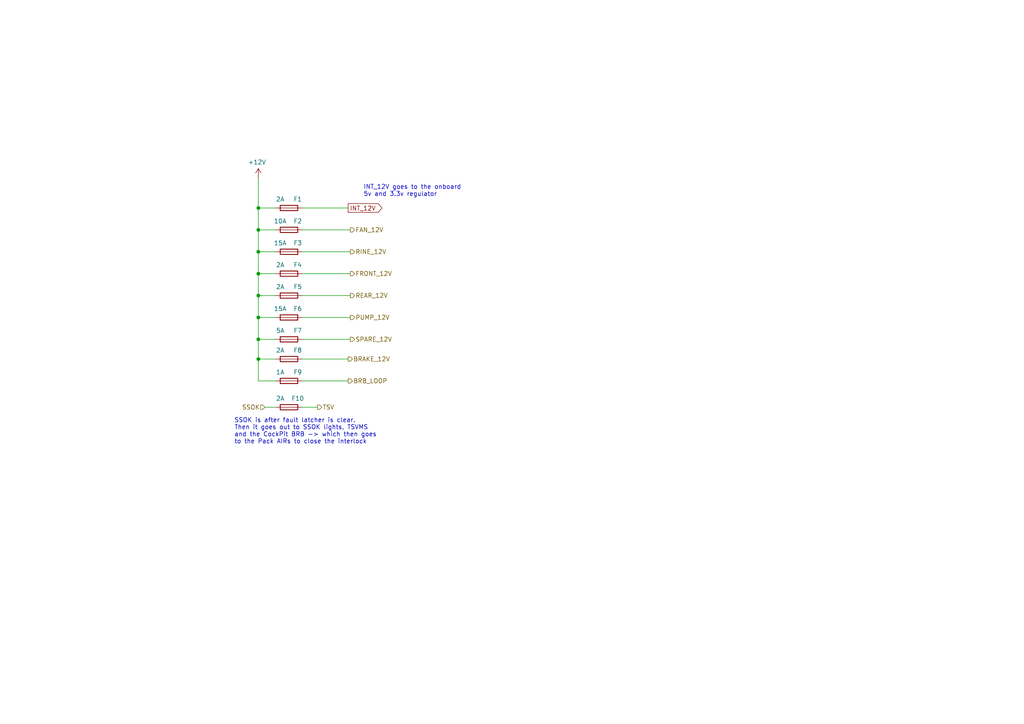
<source format=kicad_sch>
(kicad_sch (version 20211123) (generator eeschema)
  (paper "A4")
  (lib_symbols
    (symbol "Device:Fuse" (pin_numbers hide) (pin_names (offset 0))
      (property "Reference" "F" (at 2.032 0 90))
      (property "Value" "Fuse" (at -1.905 0 90))
      (symbol "Fuse_0_1"
        (rectangle (start -0.762 -2.54) (end 0.762 2.54) (stroke (width 0.254)))
        (polyline (pts (xy 0 2.54) (xy 0 -2.54)))
      )
      (symbol "Fuse_1_1"
        (pin passive line (at 0 3.81 270) (length 1.27) (name "~") (number "1"))
        (pin passive line (at 0 -3.81 90) (length 1.27) (name "~") (number "2"))
      )
    )
    (symbol "power:+12V" (power) (pin_names (offset 0))
      (property "Value" "+12V" (at 0 3.556 0))
      (symbol "+12V_0_1"
        (polyline (pts (xy -0.762 1.27) (xy 0 2.54)))
        (polyline (pts (xy 0 0) (xy 0 2.54)))
        (polyline (pts (xy 0 2.54) (xy 0.762 1.27)))
      )
      (symbol "+12V_1_1"
        (pin power_in line (at 0 0 90) (length 0) hide (name "+12V") (number "1"))
      )
    )
  )
  (junction (at 74.93 79.375))
  (junction (at 74.93 98.425))
  (junction (at 74.93 60.325))
  (junction (at 74.93 92.075))
  (junction (at 74.93 66.675))
  (junction (at 74.93 104.14))
  (junction (at 74.93 85.725))
  (junction (at 74.93 73.025))
  (wire (pts (xy 74.93 73.025) (xy 74.93 79.375)))
  (wire (pts (xy 100.965 60.325) (xy 87.63 60.325)))
  (wire (pts (xy 74.93 110.49) (xy 80.01 110.49)))
  (wire (pts (xy 101.6 73.025) (xy 87.63 73.025)))
  (wire (pts (xy 74.93 98.425) (xy 74.93 104.14)))
  (wire (pts (xy 74.93 104.14) (xy 74.93 110.49)))
  (wire (pts (xy 74.93 92.075) (xy 74.93 98.425)))
  (wire (pts (xy 101.6 98.425) (xy 87.63 98.425)))
  (wire (pts (xy 80.01 73.025) (xy 74.93 73.025)))
  (wire (pts (xy 80.01 79.375) (xy 74.93 79.375)))
  (wire (pts (xy 101.6 85.725) (xy 87.63 85.725)))
  (wire (pts (xy 80.01 60.325) (xy 74.93 60.325)))
  (wire (pts (xy 100.965 104.14) (xy 87.63 104.14)))
  (wire (pts (xy 80.01 85.725) (xy 74.93 85.725)))
  (wire (pts (xy 80.01 92.075) (xy 74.93 92.075)))
  (wire (pts (xy 101.6 92.075) (xy 87.63 92.075)))
  (wire (pts (xy 74.93 66.675) (xy 74.93 73.025)))
  (wire (pts (xy 80.01 66.675) (xy 74.93 66.675)))
  (wire (pts (xy 101.6 79.375) (xy 87.63 79.375)))
  (wire (pts (xy 80.01 98.425) (xy 74.93 98.425)))
  (wire (pts (xy 101.6 66.675) (xy 87.63 66.675)))
  (wire (pts (xy 74.93 79.375) (xy 74.93 85.725)))
  (wire (pts (xy 80.01 104.14) (xy 74.93 104.14)))
  (wire (pts (xy 80.01 118.11) (xy 76.835 118.11)))
  (wire (pts (xy 74.93 60.325) (xy 74.93 66.675)))
  (wire (pts (xy 100.965 110.49) (xy 87.63 110.49)))
  (wire (pts (xy 92.075 118.11) (xy 87.63 118.11)))
  (wire (pts (xy 74.93 85.725) (xy 74.93 92.075)))
  (wire (pts (xy 74.93 51.435) (xy 74.93 60.325)))
  (text "SSOK is after fault latcher is clear.\nThen it goes out to SSOK lights, TSVMS\nand the CockPit BRB -> which then goes\nto the Pack AIRs to close the interlock" (at 67.945 128.905 0) (effects (font (size 1.27 1.27)) (justify left bottom)))
  (text "INT_12V goes to the onboard \n5v and 3.3v regulator" (at 105.41 57.15 0) (effects (font (size 1.27 1.27)) (justify left bottom)))
  (global_label "INT_12V" (shape output) (at 100.965 60.325 0) (property "Intersheet References" "${INTERSHEET_REFS}" (effects hide)))
  (hierarchical_label "RINE_12V" (shape output) (at 101.6 73.025 0))
  (hierarchical_label "FRONT_12V" (shape output) (at 101.6 79.375 0))
  (hierarchical_label "REAR_12V" (shape output) (at 101.6 85.725 0))
  (hierarchical_label "BRB_LOOP" (shape output) (at 100.965 110.49 0))
  (hierarchical_label "TSV" (shape output) (at 92.075 118.11 0))
  (hierarchical_label "FAN_12V" (shape output) (at 101.6 66.675 0))
  (hierarchical_label "SSOK" (shape input) (at 76.835 118.11 180))
  (hierarchical_label "SPARE_12V" (shape output) (at 101.6 98.425 0))
  (hierarchical_label "PUMP_12V" (shape output) (at 101.6 92.075 0))
  (hierarchical_label "BRAKE_12V" (shape output) (at 100.965 104.14 0))
  (symbol (lib_id "power:+12V") (at 74.93 51.435 0) (mirror y) (unit 1)
    (property "Reference" "#PWR0136" (effects hide))
    (property "Value" "+12V" (at 74.549 47.0408 0))
  )
  (symbol (lib_id "Device:Fuse") (at 83.82 98.425 90) (mirror x) (unit 1)
    (property "Reference" "F7" (at 86.36 95.885 90))
    (property "Value" "5A" (at 81.28 95.885 90))
    (property "Footprint" "AERO_Footprints:Fuseholder_Blade_Mini_Keystone_3568" (effects hide))
  )
  (symbol (lib_id "Device:Fuse") (at 83.82 60.325 90) (mirror x) (unit 1)
    (property "Reference" "F1" (at 86.36 57.785 90))
    (property "Value" "2A" (at 81.28 57.785 90))
    (property "Footprint" "AERO_Footprints:Fuseholder_Blade_Mini_Keystone_3568" (effects hide))
  )
  (symbol (lib_id "Device:Fuse") (at 83.82 85.725 90) (mirror x) (unit 1)
    (property "Reference" "F5" (at 86.36 83.185 90))
    (property "Value" "2A" (at 81.28 83.185 90))
    (property "Footprint" "AERO_Footprints:Fuseholder_Blade_Mini_Keystone_3568" (effects hide))
  )
  (symbol (lib_id "Device:Fuse") (at 83.82 104.14 90) (mirror x) (unit 1)
    (property "Reference" "F8" (at 86.36 101.6 90))
    (property "Value" "2A" (at 81.28 101.6 90))
    (property "Footprint" "AERO_Footprints:Fuseholder_Blade_Mini_Keystone_3568" (effects hide))
  )
  (symbol (lib_id "Device:Fuse") (at 83.82 79.375 90) (mirror x) (unit 1)
    (property "Reference" "F4" (at 86.36 76.835 90))
    (property "Value" "2A" (at 81.28 76.835 90))
    (property "Footprint" "AERO_Footprints:Fuseholder_Blade_Mini_Keystone_3568" (effects hide))
  )
  (symbol (lib_id "Device:Fuse") (at 83.82 73.025 90) (mirror x) (unit 1)
    (property "Reference" "F3" (at 86.36 70.485 90))
    (property "Value" "15A" (at 81.28 70.485 90))
    (property "Footprint" "AERO_Footprints:Fuseholder_Blade_Mini_Keystone_3568" (effects hide))
  )
  (symbol (lib_id "Device:Fuse") (at 83.82 110.49 90) (mirror x) (unit 1)
    (property "Reference" "F9" (at 86.36 107.95 90))
    (property "Value" "1A" (at 81.28 107.95 90))
    (property "Footprint" "AERO_Footprints:Fuseholder_Blade_Mini_Keystone_3568" (effects hide))
  )
  (symbol (lib_id "Device:Fuse") (at 83.82 118.11 90) (mirror x) (unit 1)
    (property "Reference" "F10" (at 86.36 115.57 90))
    (property "Value" "2A" (at 81.28 115.57 90))
    (property "Footprint" "AERO_Footprints:Fuseholder_Blade_Mini_Keystone_3568" (effects hide))
  )
  (symbol (lib_id "Device:Fuse") (at 83.82 66.675 90) (mirror x) (unit 1)
    (property "Reference" "F2" (at 86.36 64.135 90))
    (property "Value" "10A" (at 81.28 64.135 90))
    (property "Footprint" "AERO_Footprints:Fuseholder_Blade_Mini_Keystone_3568" (effects hide))
  )
  (symbol (lib_id "Device:Fuse") (at 83.82 92.075 90) (mirror x) (unit 1)
    (property "Reference" "F6" (at 86.36 89.535 90))
    (property "Value" "15A" (at 81.28 89.535 90))
    (property "Footprint" "AERO_Footprints:Fuseholder_Blade_Mini_Keystone_3568" (effects hide))
  )
)
</source>
